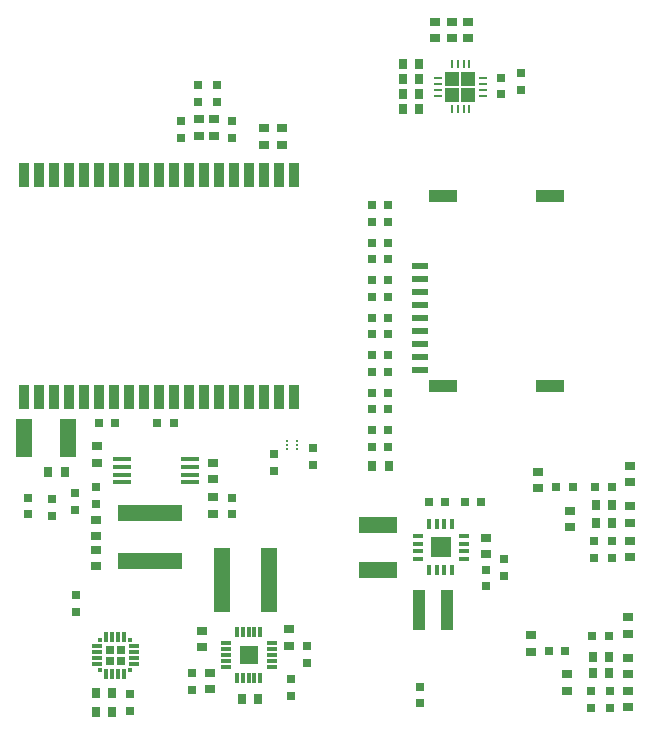
<source format=gtp>
%FSTAX23Y23*%
%MOIN*%
%SFA1B1*%

%IPPOS*%
%AMD25*
4,1,8,-0.011800,0.003000,-0.011800,-0.003000,-0.009800,-0.004900,0.009800,-0.004900,0.011800,-0.003000,0.011800,0.003000,0.009800,0.004900,-0.009800,0.004900,-0.011800,0.003000,0.0*
1,1,0.003940,-0.009800,0.003000*
1,1,0.003940,-0.009800,-0.003000*
1,1,0.003940,0.009800,-0.003000*
1,1,0.003940,0.009800,0.003000*
%
%AMD26*
4,1,8,0.003000,0.011800,-0.003000,0.011800,-0.004900,0.009800,-0.004900,-0.009800,-0.003000,-0.011800,0.003000,-0.011800,0.004900,-0.009800,0.004900,0.009800,0.003000,0.011800,0.0*
1,1,0.003940,0.003000,0.009800*
1,1,0.003940,-0.003000,0.009800*
1,1,0.003940,-0.003000,-0.009800*
1,1,0.003940,0.003000,-0.009800*
%
%AMD33*
4,1,8,0.015000,0.006300,-0.015000,0.006300,-0.016500,0.004700,-0.016500,-0.004700,-0.015000,-0.006300,0.015000,-0.006300,0.016500,-0.004700,0.016500,0.004700,0.015000,0.006300,0.0*
1,1,0.003160,0.015000,0.004700*
1,1,0.003160,-0.015000,0.004700*
1,1,0.003160,-0.015000,-0.004700*
1,1,0.003160,0.015000,-0.004700*
%
%AMD34*
4,1,8,-0.006300,0.015000,-0.006300,-0.015000,-0.004700,-0.016500,0.004700,-0.016500,0.006300,-0.015000,0.006300,0.015000,0.004700,0.016500,-0.004700,0.016500,-0.006300,0.015000,0.0*
1,1,0.003160,-0.004700,0.015000*
1,1,0.003160,-0.004700,-0.015000*
1,1,0.003160,0.004700,-0.015000*
1,1,0.003160,0.004700,0.015000*
%
%AMD37*
4,1,8,-0.026700,-0.008100,0.026700,-0.008100,0.030700,-0.004000,0.030700,0.004000,0.026700,0.008100,-0.026700,0.008100,-0.030700,0.004000,-0.030700,-0.004000,-0.026700,-0.008100,0.0*
1,1,0.008080,-0.026700,-0.004000*
1,1,0.008080,0.026700,-0.004000*
1,1,0.008080,0.026700,0.004000*
1,1,0.008080,-0.026700,0.004000*
%
%AMD39*
4,1,8,0.015600,0.005300,-0.015600,0.005300,-0.016900,0.004000,-0.016900,-0.004000,-0.015600,-0.005300,0.015600,-0.005300,0.016900,-0.004000,0.016900,0.004000,0.015600,0.005300,0.0*
1,1,0.002660,0.015600,0.004000*
1,1,0.002660,-0.015600,0.004000*
1,1,0.002660,-0.015600,-0.004000*
1,1,0.002660,0.015600,-0.004000*
%
%AMD40*
4,1,8,-0.005300,0.015600,-0.005300,-0.015600,-0.004000,-0.016900,0.004000,-0.016900,0.005300,-0.015600,0.005300,0.015600,0.004000,0.016900,-0.004000,0.016900,-0.005300,0.015600,0.0*
1,1,0.002660,-0.004000,0.015600*
1,1,0.002660,-0.004000,-0.015600*
1,1,0.002660,0.004000,-0.015600*
1,1,0.002660,0.004000,0.015600*
%
%ADD16R,0.045200X0.045200*%
%ADD17R,0.029530X0.029530*%
%ADD18R,0.055120X0.129920*%
%ADD19R,0.030000X0.030000*%
%ADD20R,0.035430X0.031500*%
%ADD21R,0.030000X0.030000*%
%ADD22R,0.031500X0.035430*%
%ADD23R,0.055120X0.024410*%
%ADD24R,0.094490X0.043310*%
G04~CAMADD=25~8~0.0~0.0~98.4~236.2~19.7~0.0~15~0.0~0.0~0.0~0.0~0~0.0~0.0~0.0~0.0~0~0.0~0.0~0.0~90.0~236.0~98.0*
%ADD25D25*%
G04~CAMADD=26~8~0.0~0.0~98.4~236.2~19.7~0.0~15~0.0~0.0~0.0~0.0~0~0.0~0.0~0.0~0.0~0~0.0~0.0~0.0~0.0~98.4~236.2*
%ADD26D26*%
%ADD27R,0.007870X0.007870*%
%ADD28R,0.035430X0.011810*%
%ADD29R,0.011810X0.035430*%
%ADD30R,0.011810X0.011810*%
%ADD31R,0.056300X0.216540*%
%ADD32R,0.129920X0.055120*%
G04~CAMADD=33~8~0.0~0.0~330.7~126.0~15.8~0.0~15~0.0~0.0~0.0~0.0~0~0.0~0.0~0.0~0.0~0~0.0~0.0~0.0~0.0~330.7~126.0*
%ADD33D33*%
G04~CAMADD=34~8~0.0~0.0~330.7~126.0~15.8~0.0~15~0.0~0.0~0.0~0.0~0~0.0~0.0~0.0~0.0~0~0.0~0.0~0.0~90.0~126.0~331.0*
%ADD34D34*%
%ADD35R,0.038580X0.133860*%
%ADD36R,0.216540X0.056300*%
G04~CAMADD=37~8~0.0~0.0~614.2~161.4~40.4~0.0~15~0.0~0.0~0.0~0.0~0~0.0~0.0~0.0~0.0~0~0.0~0.0~0.0~180.0~614.0~162.0*
%ADD37D37*%
%ADD38R,0.060630X0.060630*%
G04~CAMADD=39~8~0.0~0.0~338.6~106.3~13.3~0.0~15~0.0~0.0~0.0~0.0~0~0.0~0.0~0.0~0.0~0~0.0~0.0~0.0~0.0~338.6~106.3*
%ADD39D39*%
G04~CAMADD=40~8~0.0~0.0~338.6~106.3~13.3~0.0~15~0.0~0.0~0.0~0.0~0~0.0~0.0~0.0~0.0~0~0.0~0.0~0.0~90.0~106.0~338.0*
%ADD40D40*%
%ADD41R,0.035430X0.078740*%
%LNsolears_v1-1*%
%LPD*%
G36*
X02483Y01661D02*
X02416D01*
Y01728*
X02483*
Y01661*
G37*
G54D16*
X02542Y03203D03*
X02489D03*
Y03256D03*
X02542D03*
G54D17*
X01346Y01353D03*
X01383D03*
X01346Y01316D03*
X01383D03*
G54D18*
X0106Y0206D03*
X01209D03*
G54D19*
X026Y0162D03*
Y01565D03*
X01705Y0318D03*
Y03235D03*
X03015Y01215D03*
Y0116D03*
X0295Y01215D03*
Y0116D03*
X0302Y01715D03*
Y0166D03*
X0296Y01715D03*
Y0166D03*
X01755Y03115D03*
Y0306D03*
X01585Y03115D03*
Y0306D03*
X0164Y03235D03*
Y0318D03*
X01895Y02005D03*
Y0195D03*
X02025Y02025D03*
Y0197D03*
X01415Y01205D03*
Y0115D03*
X01235Y01535D03*
Y0148D03*
X0123Y0182D03*
Y01875D03*
X01075Y01805D03*
Y0186D03*
X01155Y018D03*
Y01855D03*
X01755Y01805D03*
Y0186D03*
X013Y01895D03*
Y0184D03*
X0162Y0122D03*
Y01275D03*
X02005Y0131D03*
Y01365D03*
X0195Y01255D03*
Y012D03*
X0238Y01175D03*
Y0123D03*
X02651Y03205D03*
Y0326D03*
X02716Y0322D03*
Y03275D03*
X0266Y016D03*
Y01655D03*
G54D20*
X0288Y01817D03*
Y01762D03*
X0308Y01717D03*
Y01662D03*
Y01832D03*
Y01777D03*
Y01967D03*
Y01912D03*
X02775Y01947D03*
Y01892D03*
X0287Y01272D03*
Y01217D03*
X03075Y01462D03*
Y01407D03*
X0275Y01402D03*
Y01347D03*
X03075Y01327D03*
Y01272D03*
Y01217D03*
Y01162D03*
X01695Y03122D03*
Y03067D03*
X01645Y03122D03*
Y03067D03*
X0192Y03092D03*
Y03037D03*
X0186Y03092D03*
Y03037D03*
X02431Y03447D03*
Y03392D03*
X02541Y03447D03*
Y03392D03*
X02486Y03447D03*
Y03392D03*
X013Y01632D03*
Y01687D03*
Y01732D03*
Y01787D03*
X0169Y01922D03*
Y01977D03*
Y01807D03*
Y01862D03*
X01305Y01977D03*
Y02032D03*
X01945Y01422D03*
Y01367D03*
X0168Y01222D03*
Y01277D03*
X01655Y01417D03*
Y01362D03*
X026Y01727D03*
Y01672D03*
G54D21*
X0222Y02835D03*
X02275D03*
X0222Y0278D03*
X02275D03*
X0222Y0271D03*
X02275D03*
X0222Y02655D03*
X02275D03*
X0222Y02585D03*
X02275D03*
X0222Y0253D03*
X02275D03*
X0222Y0246D03*
X02275D03*
X0222Y02405D03*
X02275D03*
X0222Y02335D03*
X02275D03*
X0222Y0228D03*
X02275D03*
X0222Y0221D03*
X02275D03*
X0222Y0203D03*
X02275D03*
Y02085D03*
X0222D03*
Y02155D03*
X02275D03*
X01365Y0211D03*
X0131D03*
X0156D03*
X01505D03*
X02835Y01895D03*
X0289D03*
X02965D03*
X0302D03*
X02955Y014D03*
X0301D03*
X0281Y0135D03*
X02865D03*
X02585Y01845D03*
X0253D03*
X02465D03*
X0241D03*
G54D22*
X02222Y01965D03*
X02277D03*
X02967Y01775D03*
X03022D03*
X02967Y01835D03*
X03022D03*
X02957Y01275D03*
X03012D03*
X02957Y0133D03*
X03012D03*
X01197Y01945D03*
X01142D03*
X02378Y03255D03*
X02323D03*
X02378Y03305D03*
X02323D03*
X02378Y03205D03*
X02323D03*
X02378Y03155D03*
X02323D03*
X013Y0121D03*
X01355D03*
X013Y01145D03*
X01355D03*
X01842Y0119D03*
X01787D03*
G54D23*
X0238Y02632D03*
Y02589D03*
Y02546D03*
Y02502D03*
Y02459D03*
Y02416D03*
Y02372D03*
Y02329D03*
Y02286D03*
G54D24*
X02813Y02231D03*
X02459D03*
Y02867D03*
X02813D03*
G54D25*
X02441Y03259D03*
Y03239D03*
Y0322D03*
Y032D03*
X02591D03*
Y0322D03*
Y03239D03*
Y03259D03*
G54D26*
X02486Y03155D03*
X02506D03*
X02526D03*
X02545D03*
Y03304D03*
X02526D03*
X02506D03*
X02486D03*
G54D27*
X01972Y02021D03*
Y02035D03*
Y02048D03*
X01937D03*
Y02035D03*
Y02021D03*
G54D28*
X01303Y01364D03*
Y01344D03*
Y01325D03*
Y01305D03*
X01426D03*
Y01325D03*
Y01344D03*
Y01364D03*
G54D29*
X01335Y01273D03*
X01355D03*
X01374D03*
X01394D03*
Y01396D03*
X01374D03*
X01355D03*
X01335D03*
G54D30*
X01315Y01384D03*
X01414D03*
X01315Y01285D03*
X01414D03*
G54D31*
X01879Y01585D03*
X0172D03*
G54D32*
X0224Y01769D03*
Y0162D03*
G54D33*
X02526Y01733D03*
Y01707D03*
Y01682D03*
Y01656D03*
X02373D03*
Y01682D03*
Y01707D03*
Y01733D03*
G54D34*
X02411Y01771D03*
X02437D03*
X02462D03*
X02488D03*
Y01618D03*
X02462D03*
X02437D03*
X02411D03*
G54D35*
X0247Y01485D03*
X02376D03*
G54D36*
X0148Y0165D03*
Y0181D03*
G54D37*
X01613Y01988D03*
Y01962D03*
Y01937D03*
Y01911D03*
X01386D03*
Y01937D03*
Y01962D03*
Y01988D03*
G54D38*
X0181Y01335D03*
G54D39*
X01886Y01374D03*
Y01354D03*
Y01335D03*
Y01315D03*
Y01295D03*
X01733D03*
Y01315D03*
Y01335D03*
Y01354D03*
Y01374D03*
G54D40*
X0177Y01411D03*
X0179D03*
X0181D03*
X01829D03*
X01849D03*
Y01258D03*
X01829D03*
X0181D03*
X0179D03*
X0177D03*
G54D41*
X0106Y02935D03*
X0111D03*
X0116D03*
X0121D03*
X0126D03*
X0131D03*
X0136D03*
X0141D03*
X0146D03*
X0151D03*
X0156D03*
X0161D03*
X0166D03*
X0171D03*
X0176D03*
X0181D03*
X0186D03*
X0191D03*
X0196D03*
X0106Y02195D03*
X0111D03*
X0116D03*
X0121D03*
X0126D03*
X0131D03*
X0136D03*
X0141D03*
X0146D03*
X0151D03*
X0156D03*
X0161D03*
X0166D03*
X0171D03*
X0176D03*
X0181D03*
X0186D03*
X0191D03*
X0196D03*
M02*
</source>
